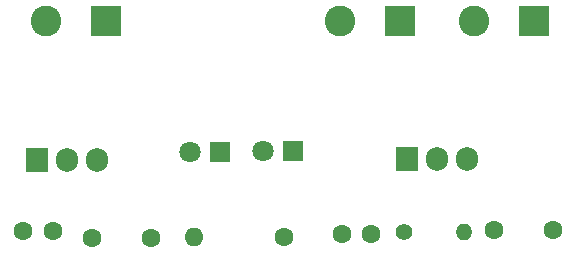
<source format=gbr>
%TF.GenerationSoftware,KiCad,Pcbnew,(6.0.7)*%
%TF.CreationDate,2023-02-08T20:34:56+01:00*%
%TF.ProjectId,udemy,7564656d-792e-46b6-9963-61645f706362,rev?*%
%TF.SameCoordinates,Original*%
%TF.FileFunction,Soldermask,Top*%
%TF.FilePolarity,Negative*%
%FSLAX46Y46*%
G04 Gerber Fmt 4.6, Leading zero omitted, Abs format (unit mm)*
G04 Created by KiCad (PCBNEW (6.0.7)) date 2023-02-08 20:34:56*
%MOMM*%
%LPD*%
G01*
G04 APERTURE LIST*
%ADD10R,1.800000X1.800000*%
%ADD11C,1.800000*%
%ADD12C,1.600000*%
%ADD13O,1.600000X1.600000*%
%ADD14C,1.400000*%
%ADD15O,1.400000X1.400000*%
%ADD16R,2.600000X2.600000*%
%ADD17C,2.600000*%
%ADD18R,1.905000X2.000000*%
%ADD19O,1.905000X2.000000*%
G04 APERTURE END LIST*
D10*
%TO.C,D1*%
X135875000Y-71075000D03*
D11*
X133335000Y-71075000D03*
%TD*%
D12*
%TO.C,R2*%
X141310000Y-78325000D03*
D13*
X133690000Y-78325000D03*
%TD*%
D12*
%TO.C,C4*%
X146200000Y-78025000D03*
X148700000Y-78025000D03*
%TD*%
D14*
%TO.C,R1*%
X151460000Y-77900000D03*
D15*
X156540000Y-77900000D03*
%TD*%
D16*
%TO.C,J2*%
X151145000Y-60045000D03*
D17*
X146065000Y-60045000D03*
%TD*%
D16*
%TO.C,J3*%
X162470000Y-59995000D03*
D17*
X157390000Y-59995000D03*
%TD*%
D10*
%TO.C,D2*%
X142050000Y-71050000D03*
D11*
X139510000Y-71050000D03*
%TD*%
D16*
%TO.C,J1*%
X126270000Y-60045000D03*
D17*
X121190000Y-60045000D03*
%TD*%
D18*
%TO.C,U1*%
X120410000Y-71770000D03*
D19*
X122950000Y-71770000D03*
X125490000Y-71770000D03*
%TD*%
D18*
%TO.C,U2*%
X151685000Y-71695000D03*
D19*
X154225000Y-71695000D03*
X156765000Y-71695000D03*
%TD*%
D12*
%TO.C,C3*%
X121725000Y-77825000D03*
X119225000Y-77825000D03*
%TD*%
%TO.C,C1*%
X125050000Y-78350000D03*
X130050000Y-78350000D03*
%TD*%
%TO.C,C2*%
X164100000Y-77750000D03*
X159100000Y-77750000D03*
%TD*%
M02*

</source>
